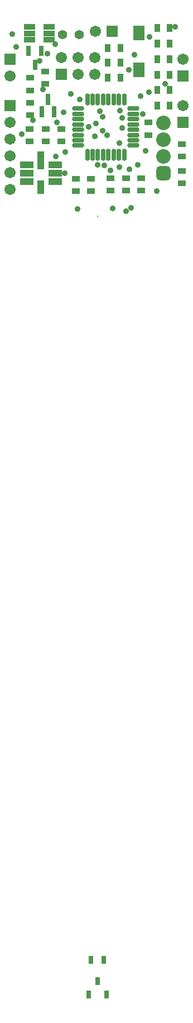
<source format=gts>
%FSLAX25Y25*%
%MOIN*%
G70*
G01*
G75*
G04 Layer_Color=8388736*
%ADD10R,0.03937X0.02756*%
%ADD11R,0.02362X0.03937*%
%ADD12R,0.01969X0.03937*%
%ADD13R,0.02756X0.03937*%
%ADD14R,0.06299X0.07874*%
%ADD15O,0.02165X0.06496*%
%ADD16O,0.06496X0.02165*%
%ADD17R,0.02362X0.05118*%
%ADD18R,0.06299X0.02756*%
%ADD19R,0.02362X0.05906*%
%ADD20R,0.03150X0.09843*%
%ADD21R,0.03150X0.07480*%
%ADD22R,0.07480X0.03150*%
%ADD23C,0.00787*%
%ADD24C,0.07874*%
G04:AMPARAMS|DCode=25|XSize=78.74mil|YSize=78.74mil|CornerRadius=19.69mil|HoleSize=0mil|Usage=FLASHONLY|Rotation=270.000|XOffset=0mil|YOffset=0mil|HoleType=Round|Shape=RoundedRectangle|*
%AMROUNDEDRECTD25*
21,1,0.07874,0.03937,0,0,270.0*
21,1,0.03937,0.07874,0,0,270.0*
1,1,0.03937,-0.01969,-0.01969*
1,1,0.03937,-0.01969,0.01969*
1,1,0.03937,0.01969,0.01969*
1,1,0.03937,0.01969,-0.01969*
%
%ADD25ROUNDEDRECTD25*%
%ADD26C,0.07874*%
%ADD27C,0.05906*%
%ADD28R,0.05906X0.05906*%
%ADD29R,0.05906X0.05906*%
%ADD30C,0.04724*%
%ADD31C,0.02756*%
%ADD32R,0.04724X0.04724*%
%ADD33C,0.05906*%
%ADD34C,0.01000*%
%ADD35C,0.00984*%
%ADD36C,0.02362*%
%ADD37C,0.00394*%
%ADD38R,0.04737X0.03556*%
%ADD39R,0.03162X0.04737*%
%ADD40R,0.02769X0.04737*%
%ADD41R,0.03556X0.04737*%
%ADD42R,0.07099X0.08674*%
%ADD43O,0.02965X0.07296*%
%ADD44O,0.07296X0.02965*%
%ADD45R,0.03162X0.05918*%
%ADD46R,0.07099X0.03556*%
%ADD47R,0.03162X0.06706*%
%ADD48R,0.03950X0.10642*%
%ADD49R,0.03950X0.08280*%
%ADD50R,0.08280X0.03950*%
%ADD51C,0.00800*%
G04:AMPARAMS|DCode=52|XSize=86.74mil|YSize=86.74mil|CornerRadius=23.69mil|HoleSize=0mil|Usage=FLASHONLY|Rotation=270.000|XOffset=0mil|YOffset=0mil|HoleType=Round|Shape=RoundedRectangle|*
%AMROUNDEDRECTD52*
21,1,0.08674,0.03937,0,0,270.0*
21,1,0.03937,0.08674,0,0,270.0*
1,1,0.04737,-0.01969,-0.01969*
1,1,0.04737,-0.01969,0.01969*
1,1,0.04737,0.01969,0.01969*
1,1,0.04737,0.01969,-0.01969*
%
%ADD52ROUNDEDRECTD52*%
%ADD53C,0.08674*%
%ADD54C,0.06706*%
%ADD55R,0.06706X0.06706*%
%ADD56R,0.06706X0.06706*%
%ADD57C,0.05524*%
%ADD58C,0.03556*%
D38*
X30709Y278937D02*
D03*
Y286417D02*
D03*
X21555Y286417D02*
D03*
Y278937D02*
D03*
X44193Y319685D02*
D03*
Y312205D02*
D03*
X-17618Y342716D02*
D03*
Y350197D02*
D03*
X-26476Y338779D02*
D03*
Y346260D02*
D03*
X-26575Y331496D02*
D03*
Y324016D02*
D03*
X-26673Y315748D02*
D03*
Y308268D02*
D03*
X-17284Y315748D02*
D03*
Y308268D02*
D03*
X-7973D02*
D03*
Y315748D02*
D03*
X886Y286220D02*
D03*
Y278740D02*
D03*
X9842D02*
D03*
Y286220D02*
D03*
X39764Y278937D02*
D03*
Y286417D02*
D03*
X64272Y299410D02*
D03*
Y306890D02*
D03*
X64272Y283268D02*
D03*
Y290748D02*
D03*
D39*
X13681Y-192520D02*
D03*
X17421Y-179921D02*
D03*
X9941D02*
D03*
D40*
X8464Y-200689D02*
D03*
X19193D02*
D03*
D41*
X27362Y346555D02*
D03*
X19882D02*
D03*
X27362Y355374D02*
D03*
X19882D02*
D03*
Y364232D02*
D03*
X27362D02*
D03*
X56890Y348150D02*
D03*
X49409D02*
D03*
Y338957D02*
D03*
X56890D02*
D03*
X49409Y329724D02*
D03*
X56890D02*
D03*
X49409Y357460D02*
D03*
X56890D02*
D03*
Y366654D02*
D03*
X49409D02*
D03*
Y375984D02*
D03*
X56890D02*
D03*
D42*
X38386Y351181D02*
D03*
Y373228D02*
D03*
D43*
X29724Y300394D02*
D03*
X26575D02*
D03*
X23425Y300394D02*
D03*
X20276Y300394D02*
D03*
X17126D02*
D03*
X13976D02*
D03*
X10827D02*
D03*
X7677D02*
D03*
X7677Y333464D02*
D03*
X10827D02*
D03*
X13976D02*
D03*
X17126D02*
D03*
X20276D02*
D03*
X23425D02*
D03*
X26575D02*
D03*
X29724D02*
D03*
D44*
X2165Y305905D02*
D03*
Y309055D02*
D03*
Y312205D02*
D03*
Y315354D02*
D03*
Y318504D02*
D03*
Y321653D02*
D03*
Y324803D02*
D03*
Y327953D02*
D03*
X35236D02*
D03*
Y324803D02*
D03*
Y321653D02*
D03*
Y318504D02*
D03*
Y315354D02*
D03*
Y312205D02*
D03*
Y309055D02*
D03*
Y305905D02*
D03*
D45*
X-23622Y354134D02*
D03*
X-27362Y362401D02*
D03*
X-19882D02*
D03*
D46*
X-15157Y369094D02*
D03*
Y376575D02*
D03*
Y372835D02*
D03*
X-26772Y372835D02*
D03*
Y376575D02*
D03*
Y369094D02*
D03*
D47*
X-19488Y325984D02*
D03*
X-12008D02*
D03*
X-15748Y333465D02*
D03*
D48*
X-20079Y297047D02*
D03*
D49*
Y280906D02*
D03*
D50*
X-11520Y284354D02*
D03*
X-11520Y294354D02*
D03*
X-11520Y289354D02*
D03*
X-28638Y289354D02*
D03*
Y294354D02*
D03*
Y284354D02*
D03*
D51*
X13779Y263779D02*
D03*
D52*
X53150Y289370D02*
D03*
D53*
X53150Y299370D02*
D03*
X53150Y309370D02*
D03*
Y319370D02*
D03*
D54*
X12126Y358425D02*
D03*
Y348425D02*
D03*
X2126Y358425D02*
D03*
Y348425D02*
D03*
X-7874Y358425D02*
D03*
X-38386Y347284D02*
D03*
X-38386Y319724D02*
D03*
Y309724D02*
D03*
Y299724D02*
D03*
Y289724D02*
D03*
Y279724D02*
D03*
X64961Y329724D02*
D03*
X64961Y357284D02*
D03*
X12638Y374015D02*
D03*
D55*
X-7874Y348425D02*
D03*
X22638Y374015D02*
D03*
D56*
X-38386Y357284D02*
D03*
X-38386Y329724D02*
D03*
X64961Y319724D02*
D03*
Y347284D02*
D03*
D57*
X2953Y372047D02*
D03*
X-7047D02*
D03*
D58*
X-16240Y360728D02*
D03*
X-20721Y356387D02*
D03*
X-18701Y339567D02*
D03*
X-37008Y372244D02*
D03*
X21654Y290945D02*
D03*
X17717Y294094D02*
D03*
X40945Y324803D02*
D03*
X42520Y302756D02*
D03*
X37795Y294488D02*
D03*
X32677Y291732D02*
D03*
X26772Y292913D02*
D03*
X8655Y317109D02*
D03*
X33858Y268799D02*
D03*
X13976Y294237D02*
D03*
X30807Y266732D02*
D03*
X28429Y322337D02*
D03*
X-31496Y312795D02*
D03*
X16929Y323031D02*
D03*
X12303Y311417D02*
D03*
X-34744Y364665D02*
D03*
X1968Y268012D02*
D03*
X-10371Y319637D02*
D03*
X49229Y278740D02*
D03*
X12929Y319137D02*
D03*
X15229Y326237D02*
D03*
X-5689Y289354D02*
D03*
X-5471Y302137D02*
D03*
X-11371Y366437D02*
D03*
X16829Y314637D02*
D03*
X54129Y342637D02*
D03*
X28629Y316537D02*
D03*
X39429Y335237D02*
D03*
X19429Y311937D02*
D03*
X32529Y351137D02*
D03*
X27129Y326837D02*
D03*
X-24671Y320937D02*
D03*
X-6471Y325637D02*
D03*
X-2271Y336837D02*
D03*
X44929Y370837D02*
D03*
X26829Y307337D02*
D03*
X-11271Y299337D02*
D03*
X44629Y337637D02*
D03*
X3229Y333537D02*
D03*
X60329Y376637D02*
D03*
X35929Y360037D02*
D03*
X22736Y268307D02*
D03*
M02*

</source>
